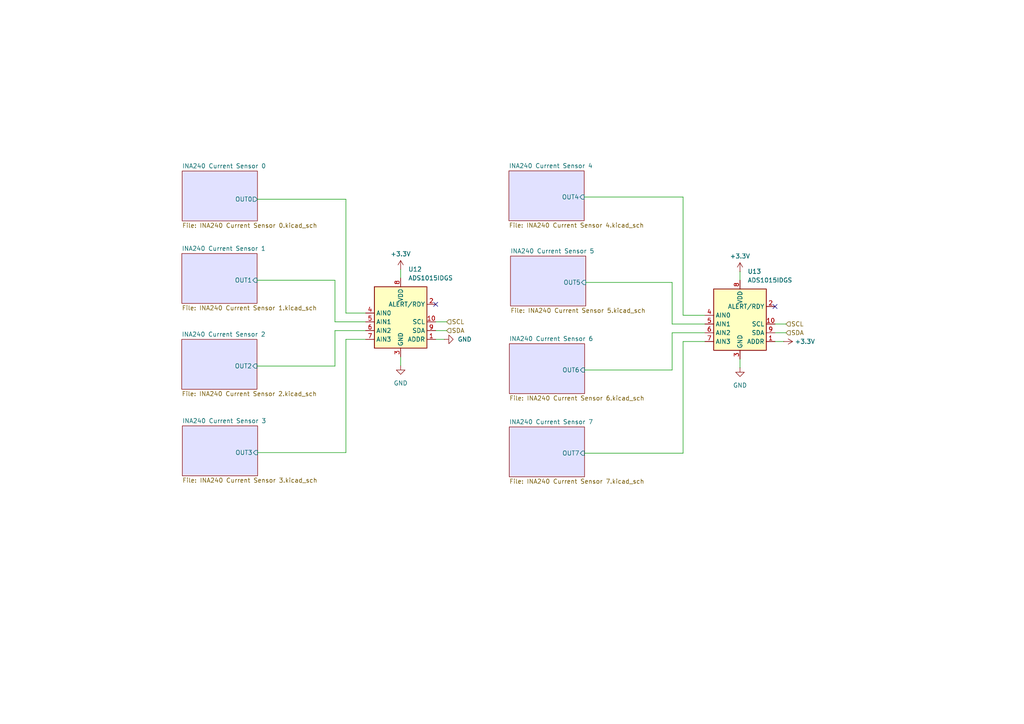
<source format=kicad_sch>
(kicad_sch (version 20231120) (generator "eeschema") (generator_version "8.0")
  (paper "A4")
  (lib_symbols
    (symbol "Analog_ADC:ADS1015IDGS"
      (property "Reference" "U" (at 2.54 13.97 0))
      (property "Value" "ADS1015IDGS" (at 7.62 11.43 0))
      (symbol "ADS1015IDGS_0_1"
        (rectangle (start -7.62 10.16) (end 7.62 -7.62) (stroke (width 0.254)) (fill (type background)))
      )
      (symbol "ADS1015IDGS_1_1"
        (pin input line (at 10.16 -5.08 180) (length 2.54) (name "ADDR") (number "1"))
        (pin input line (at 10.16 0 180) (length 2.54) (name "SCL") (number "10"))
        (pin output line (at 10.16 5.08 180) (length 2.54) (name "ALERT/RDY") (number "2"))
        (pin power_in line (at 0 -10.16 90) (length 2.54) (name "GND") (number "3"))
        (pin input line (at -10.16 2.54 0) (length 2.54) (name "AIN0") (number "4"))
        (pin input line (at -10.16 0 0) (length 2.54) (name "AIN1") (number "5"))
        (pin input line (at -10.16 -2.54 0) (length 2.54) (name "AIN2") (number "6"))
        (pin input line (at -10.16 -5.08 0) (length 2.54) (name "AIN3") (number "7"))
        (pin power_in line (at 0 12.7 270) (length 2.54) (name "VDD") (number "8"))
        (pin bidirectional line (at 10.16 -2.54 180) (length 2.54) (name "SDA") (number "9"))
      )
    )
    (symbol "power:+3.3V" (power) (pin_numbers hide) (pin_names (offset 0) hide)
      (property "Value" "+3.3V" (at 0 3.556 0))
      (symbol "+3.3V_0_1"
        (polyline (pts (xy -0.762 1.27) (xy 0 2.54)))
        (polyline (pts (xy 0 0) (xy 0 2.54)))
        (polyline (pts (xy 0 2.54) (xy 0.762 1.27)))
      )
      (symbol "+3.3V_1_1"
        (pin power_in line (at 0 0 90) (length 0) (name "~") (number "1"))
      )
    )
    (symbol "power:GND" (power) (pin_numbers hide) (pin_names (offset 0) hide)
      (property "Value" "GND" (at 0 -3.81 0))
      (symbol "GND_0_1"
        (polyline (pts (xy 0 0) (xy 0 -1.27) (xy 1.27 -1.27) (xy 0 -2.54) (xy -1.27 -1.27) (xy 0 -1.27)))
      )
      (symbol "GND_1_1"
        (pin power_in line (at 0 0 270) (length 0) (name "~") (number "1"))
      )
    )
  )
  (no_connect (at 126.365 88.265))
  (no_connect (at 224.79 88.9))
  (wire (pts (xy 100.33 131.2672) (xy 74.7268 131.2672)))
  (wire (pts (xy 116.205 103.505) (xy 116.205 106.045)))
  (wire (pts (xy 126.365 98.425) (xy 128.905 98.425)))
  (wire (pts (xy 198.12 91.44) (xy 198.12 57.15)))
  (wire (pts (xy 198.12 57.15) (xy 169.4434 57.15)))
  (wire (pts (xy 97.155 95.885) (xy 97.155 106.172)))
  (wire (pts (xy 224.79 93.98) (xy 227.965 93.98)))
  (wire (pts (xy 194.945 107.315) (xy 169.5704 107.315)))
  (wire (pts (xy 194.945 96.52) (xy 194.945 107.315)))
  (wire (pts (xy 169.9006 81.915) (xy 194.945 81.915)))
  (wire (pts (xy 214.63 104.14) (xy 214.63 106.68)))
  (wire (pts (xy 198.12 99.06) (xy 198.12 131.445)))
  (wire (pts (xy 97.155 93.345) (xy 106.045 93.345)))
  (wire (pts (xy 198.12 99.06) (xy 204.47 99.06)))
  (wire (pts (xy 100.33 90.805) (xy 106.045 90.805)))
  (wire (pts (xy 100.33 98.425) (xy 106.045 98.425)))
  (wire (pts (xy 97.155 95.885) (xy 106.045 95.885)))
  (wire (pts (xy 224.79 96.52) (xy 227.965 96.52)))
  (wire (pts (xy 100.33 57.785) (xy 100.33 90.805)))
  (wire (pts (xy 74.5744 81.28) (xy 97.155 81.28)))
  (wire (pts (xy 194.945 96.52) (xy 204.47 96.52)))
  (wire (pts (xy 126.365 93.345) (xy 129.54 93.345)))
  (wire (pts (xy 97.155 81.28) (xy 97.155 93.345)))
  (wire (pts (xy 126.365 95.885) (xy 129.54 95.885)))
  (wire (pts (xy 194.945 93.98) (xy 194.945 81.915)))
  (wire (pts (xy 198.12 131.445) (xy 169.545 131.445)))
  (wire (pts (xy 214.63 78.74) (xy 214.63 81.28)))
  (wire (pts (xy 224.79 99.06) (xy 227.33 99.06)))
  (wire (pts (xy 97.155 106.172) (xy 74.549 106.172)))
  (wire (pts (xy 116.205 78.105) (xy 116.205 80.645)))
  (wire (pts (xy 100.33 98.425) (xy 100.33 131.2672)))
  (wire (pts (xy 198.12 91.44) (xy 204.47 91.44)))
  (wire (pts (xy 74.676 57.785) (xy 100.33 57.785)))
  (wire (pts (xy 204.47 93.98) (xy 194.945 93.98)))
  (hierarchical_label "SDA" (shape input) (at 129.54 95.885 0))
  (hierarchical_label "SCL" (shape input) (at 227.965 93.98 0))
  (hierarchical_label "SDA" (shape input) (at 227.965 96.52 0))
  (hierarchical_label "SCL" (shape input) (at 129.54 93.345 0))
  (symbol (lib_id "power:+3.3V") (at 214.63 78.74 0) (unit 1)
    (property "Reference" "#PWR0108" (effects (hide yes)))
    (property "Value" "+3.3V" (at 214.63 74.295 0))
    (property "Description" "Power symbol creates a global label with name \"+3.3V\"" (effects (hide yes)))
  )
  (symbol (lib_id "power:+3.3V") (at 116.205 78.105 0) (unit 1)
    (property "Reference" "#PWR0105" (effects (hide yes)))
    (property "Value" "+3.3V" (at 116.205 73.66 0))
    (property "Description" "Power symbol creates a global label with name \"+3.3V\"" (effects (hide yes)))
  )
  (symbol (lib_id "power:GND") (at 214.63 106.68 0) (unit 1)
    (property "Reference" "#PWR0109" (effects (hide yes)))
    (property "Value" "GND" (at 214.63 111.76 0))
    (property "Description" "Power symbol creates a global label with name \"GND\" , ground" (effects (hide yes)))
  )
  (symbol (lib_id "Analog_ADC:ADS1015IDGS") (at 116.205 93.345 0) (unit 1)
    (property "Reference" "U12" (at 118.3991 78.105 0) (effects (justify left)))
    (property "Value" "ADS1015IDGS" (at 118.3991 80.645 0) (effects (justify left)))
    (property "Footprint" "Package_SO:TSSOP-10_3x3mm_P0.5mm" (effects (hide yes)))
    (property "Datasheet" "http://www.ti.com/lit/ds/symlink/ads1015.pdf" (effects (hide yes)))
    (property "Description" "Ultra-Small, Low-Power, I2C-Compatible, 3.3-kSPS, 12-Bit ADCs With Internal Reference, Oscillator, and Programmable Comparator, VSSOP-10" (effects (hide yes)))
    (property "Mfr." "Texas Instruments" (effects (hide yes)))
    (property "Part #" "ADS1015IDGSR" (effects (hide yes)))
    (property "Price" "$2.98" (effects (hide yes)))
    (property "Order Link" "https://www.digikey.com/en/products/detail/texas-instruments/ADS1015IDGSR/2231559" (effects (hide yes)))
  )
  (symbol (lib_id "Analog_ADC:ADS1015IDGS") (at 214.63 93.98 0) (unit 1)
    (property "Reference" "U13" (at 216.8241 78.74 0) (effects (justify left)))
    (property "Value" "ADS1015IDGS" (at 216.8241 81.28 0) (effects (justify left)))
    (property "Footprint" "Package_SO:TSSOP-10_3x3mm_P0.5mm" (effects (hide yes)))
    (property "Datasheet" "http://www.ti.com/lit/ds/symlink/ads1015.pdf" (effects (hide yes)))
    (property "Description" "Ultra-Small, Low-Power, I2C-Compatible, 3.3-kSPS, 12-Bit ADCs With Internal Reference, Oscillator, and Programmable Comparator, VSSOP-10" (effects (hide yes)))
    (property "Mfr." "Texas Instruments" (effects (hide yes)))
    (property "Part #" "ADS1015IDGSR" (effects (hide yes)))
    (property "Price" "$2.98" (effects (hide yes)))
    (property "Order Link" "https://www.digikey.com/en/products/detail/texas-instruments/ADS1015IDGSR/2231559" (effects (hide yes)))
  )
  (symbol (lib_id "power:GND") (at 116.205 106.045 0) (unit 1)
    (property "Reference" "#PWR0106" (effects (hide yes)))
    (property "Value" "GND" (at 116.205 111.125 0))
    (property "Description" "Power symbol creates a global label with name \"GND\" , ground" (effects (hide yes)))
  )
  (symbol (lib_id "power:+3.3V") (at 227.33 99.06 270) (unit 1)
    (property "Reference" "#PWR0110" (effects (hide yes)))
    (property "Value" "+3.3V" (at 230.505 99.0599 90) (effects (justify left)))
    (property "Description" "Power symbol creates a global label with name \"+3.3V\"" (effects (hide yes)))
  )
  (symbol (lib_id "power:GND") (at 128.905 98.425 90) (unit 1)
    (property "Reference" "#PWR0107" (effects (hide yes)))
    (property "Value" "GND" (at 132.715 98.4249 90) (effects (justify right)))
    (property "Description" "Power symbol creates a global label with name \"GND\" , ground" (effects (hide yes)))
  )
  (sheet (at 148.0566 74.2696) (size 21.844 14.478) (stroke (width 0.1524)) (fill (color 0 0 255 0.1200))
    (property "Sheetname" "INA240 Current Sensor 5" (at 148.0566 73.558 0) (effects (justify left bottom)))
    (property "Sheetfile" "INA240 Current Sensor 5.kicad_sch" (at 148.0566 89.3322 0) (effects (justify left top)))
    (pin "OUT5" input (at 169.9006 81.915 0))
  )
  (sheet (at 147.7264 99.695) (size 21.844 14.478) (stroke (width 0.1524)) (fill (color 0 0 255 0.1200))
    (property "Sheetname" "INA240 Current Sensor 6" (at 147.7264 98.9834 0) (effects (justify left bottom)))
    (property "Sheetfile" "INA240 Current Sensor 6.kicad_sch" (at 147.7264 114.7576 0) (effects (justify left top)))
    (pin "OUT6" input (at 169.5704 107.315 0))
  )
  (sheet (at 147.5994 49.5554) (size 21.844 14.478) (stroke (width 0.1524)) (fill (color 0 0 255 0.1200))
    (property "Sheetname" "INA240 Current Sensor 4" (at 147.5994 48.8438 0) (effects (justify left bottom)))
    (property "Sheetfile" "INA240 Current Sensor 4.kicad_sch" (at 147.5994 64.618 0) (effects (justify left top)))
    (pin "OUT4" input (at 169.4434 57.15 0))
  )
  (sheet (at 147.701 123.825) (size 21.844 14.478) (stroke (width 0.1524)) (fill (color 0 0 255 0.1200))
    (property "Sheetname" "INA240 Current Sensor 7" (at 147.701 123.1134 0) (effects (justify left bottom)))
    (property "Sheetfile" "INA240 Current Sensor 7.kicad_sch" (at 147.701 138.8876 0) (effects (justify left top)))
    (pin "OUT7" input (at 169.545 131.445 0))
  )
  (sheet (at 52.7304 73.533) (size 21.844 14.478) (stroke (width 0.1524)) (fill (color 0 0 255 0.1200))
    (property "Sheetname" "INA240 Current Sensor 1" (at 52.7304 72.8214 0) (effects (justify left bottom)))
    (property "Sheetfile" "INA240 Current Sensor 1.kicad_sch" (at 52.7304 88.5956 0) (effects (justify left top)))
    (pin "OUT1" input (at 74.5744 81.28 0))
  )
  (sheet (at 52.832 49.6062) (size 21.844 14.478) (stroke (width 0.1524)) (fill (color 0 0 255 0.1200))
    (property "Sheetname" "INA240 Current Sensor 0" (at 52.832 48.8946 0) (effects (justify left bottom)))
    (property "Sheetfile" "INA240 Current Sensor 0.kicad_sch" (at 52.832 64.6688 0) (effects (justify left top)))
    (pin "OUT0" output (at 74.676 57.785 0))
  )
  (sheet (at 52.705 98.425) (size 21.844 14.478) (stroke (width 0.1524)) (fill (color 0 0 255 0.1200))
    (property "Sheetname" "INA240 Current Sensor 2" (at 52.705 97.7134 0) (effects (justify left bottom)))
    (property "Sheetfile" "INA240 Current Sensor 2.kicad_sch" (at 52.705 113.4876 0) (effects (justify left top)))
    (pin "OUT2" input (at 74.549 106.172 0))
  )
  (sheet (at 52.8828 123.5202) (size 21.844 14.478) (stroke (width 0.1524)) (fill (color 0 0 255 0.1200))
    (property "Sheetname" "INA240 Current Sensor 3" (at 52.8828 122.8086 0) (effects (justify left bottom)))
    (property "Sheetfile" "INA240 Current Sensor 3.kicad_sch" (at 52.8828 138.5828 0) (effects (justify left top)))
    (pin "OUT3" input (at 74.7268 131.2672 0))
  )
)
</source>
